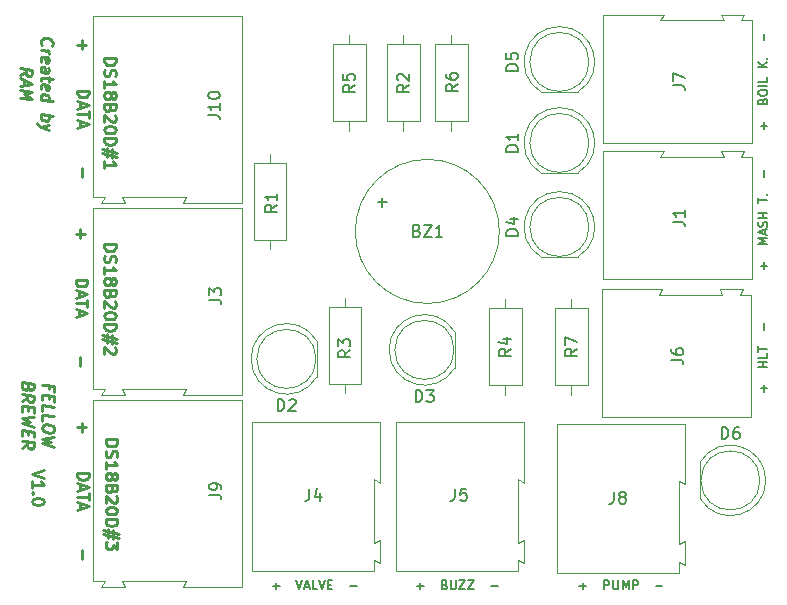
<source format=gbr>
G04 #@! TF.GenerationSoftware,KiCad,Pcbnew,(5.1.7)-1*
G04 #@! TF.CreationDate,2020-11-02T15:49:25+01:00*
G04 #@! TF.ProjectId,raspberrypi-gpio-40pin,72617370-6265-4727-9279-70692d677069,rev?*
G04 #@! TF.SameCoordinates,Original*
G04 #@! TF.FileFunction,Legend,Top*
G04 #@! TF.FilePolarity,Positive*
%FSLAX46Y46*%
G04 Gerber Fmt 4.6, Leading zero omitted, Abs format (unit mm)*
G04 Created by KiCad (PCBNEW (5.1.7)-1) date 2020-11-02 15:49:25*
%MOMM*%
%LPD*%
G01*
G04 APERTURE LIST*
%ADD10C,0.190500*%
%ADD11C,0.250000*%
%ADD12C,0.120000*%
%ADD13C,0.150000*%
G04 APERTURE END LIST*
D10*
X264062428Y-110230857D02*
X264062428Y-109650285D01*
X264352714Y-109940571D02*
X263772142Y-109940571D01*
X263953571Y-107872285D02*
X263989857Y-107763428D01*
X264026142Y-107727142D01*
X264098714Y-107690857D01*
X264207571Y-107690857D01*
X264280142Y-107727142D01*
X264316428Y-107763428D01*
X264352714Y-107836000D01*
X264352714Y-108126285D01*
X263590714Y-108126285D01*
X263590714Y-107872285D01*
X263627000Y-107799714D01*
X263663285Y-107763428D01*
X263735857Y-107727142D01*
X263808428Y-107727142D01*
X263881000Y-107763428D01*
X263917285Y-107799714D01*
X263953571Y-107872285D01*
X263953571Y-108126285D01*
X263590714Y-107219142D02*
X263590714Y-107074000D01*
X263627000Y-107001428D01*
X263699571Y-106928857D01*
X263844714Y-106892571D01*
X264098714Y-106892571D01*
X264243857Y-106928857D01*
X264316428Y-107001428D01*
X264352714Y-107074000D01*
X264352714Y-107219142D01*
X264316428Y-107291714D01*
X264243857Y-107364285D01*
X264098714Y-107400571D01*
X263844714Y-107400571D01*
X263699571Y-107364285D01*
X263627000Y-107291714D01*
X263590714Y-107219142D01*
X264352714Y-106566000D02*
X263590714Y-106566000D01*
X264352714Y-105840285D02*
X264352714Y-106203142D01*
X263590714Y-106203142D01*
X264352714Y-105005714D02*
X263590714Y-105005714D01*
X264352714Y-104570285D02*
X263917285Y-104896857D01*
X263590714Y-104570285D02*
X264026142Y-105005714D01*
X264280142Y-104243714D02*
X264316428Y-104207428D01*
X264352714Y-104243714D01*
X264316428Y-104280000D01*
X264280142Y-104243714D01*
X264352714Y-104243714D01*
X264062428Y-102719714D02*
X264062428Y-102139142D01*
D11*
X203087619Y-139078190D02*
X202087619Y-139411523D01*
X203087619Y-139744857D01*
X202087619Y-140602000D02*
X202087619Y-140030571D01*
X202087619Y-140316285D02*
X203087619Y-140316285D01*
X202944761Y-140221047D01*
X202849523Y-140125809D01*
X202801904Y-140030571D01*
X202182857Y-141030571D02*
X202135238Y-141078190D01*
X202087619Y-141030571D01*
X202135238Y-140982952D01*
X202182857Y-141030571D01*
X202087619Y-141030571D01*
X203087619Y-141697238D02*
X203087619Y-141792476D01*
X203040000Y-141887714D01*
X202992380Y-141935333D01*
X202897142Y-141982952D01*
X202706666Y-142030571D01*
X202468571Y-142030571D01*
X202278095Y-141982952D01*
X202182857Y-141935333D01*
X202135238Y-141887714D01*
X202087619Y-141792476D01*
X202087619Y-141697238D01*
X202135238Y-141602000D01*
X202182857Y-141554380D01*
X202278095Y-141506761D01*
X202468571Y-141459142D01*
X202706666Y-141459142D01*
X202897142Y-141506761D01*
X202992380Y-141554380D01*
X203040000Y-141602000D01*
X203087619Y-141697238D01*
X203486428Y-132249080D02*
X203486428Y-131915747D01*
X202962619Y-131850270D02*
X203962619Y-131975270D01*
X203962619Y-132451461D01*
X203486428Y-132772889D02*
X203486428Y-133106223D01*
X202962619Y-133183604D02*
X202962619Y-132707413D01*
X203962619Y-132832413D01*
X203962619Y-133308604D01*
X202962619Y-134088366D02*
X202962619Y-133612175D01*
X203962619Y-133737175D01*
X202962619Y-134897889D02*
X202962619Y-134421699D01*
X203962619Y-134546699D01*
X203962619Y-135546699D02*
X203962619Y-135737175D01*
X203915000Y-135826461D01*
X203819761Y-135909794D01*
X203629285Y-135933604D01*
X203295952Y-135891937D01*
X203105476Y-135820508D01*
X203010238Y-135713366D01*
X202962619Y-135612175D01*
X202962619Y-135421699D01*
X203010238Y-135332413D01*
X203105476Y-135249080D01*
X203295952Y-135225270D01*
X203629285Y-135266937D01*
X203819761Y-135338366D01*
X203915000Y-135445508D01*
X203962619Y-135546699D01*
X203962619Y-136308604D02*
X202962619Y-136421699D01*
X203676904Y-136701461D01*
X202962619Y-136802651D01*
X203962619Y-137165747D01*
X201736428Y-132058604D02*
X201688809Y-132195508D01*
X201641190Y-132237175D01*
X201545952Y-132272889D01*
X201403095Y-132255032D01*
X201307857Y-132195508D01*
X201260238Y-132141937D01*
X201212619Y-132040747D01*
X201212619Y-131659794D01*
X202212619Y-131784794D01*
X202212619Y-132118127D01*
X202165000Y-132207413D01*
X202117380Y-132249080D01*
X202022142Y-132284794D01*
X201926904Y-132272889D01*
X201831666Y-132213366D01*
X201784047Y-132159794D01*
X201736428Y-132058604D01*
X201736428Y-131725270D01*
X201212619Y-133231223D02*
X201688809Y-132957413D01*
X201212619Y-132659794D02*
X202212619Y-132784794D01*
X202212619Y-133165747D01*
X202165000Y-133255032D01*
X202117380Y-133296699D01*
X202022142Y-133332413D01*
X201879285Y-133314556D01*
X201784047Y-133255032D01*
X201736428Y-133201461D01*
X201688809Y-133100270D01*
X201688809Y-132719318D01*
X201736428Y-133725270D02*
X201736428Y-134058604D01*
X201212619Y-134135985D02*
X201212619Y-133659794D01*
X202212619Y-133784794D01*
X202212619Y-134260985D01*
X202212619Y-134594318D02*
X201212619Y-134707413D01*
X201926904Y-134987175D01*
X201212619Y-135088366D01*
X202212619Y-135451461D01*
X201736428Y-135772889D02*
X201736428Y-136106223D01*
X201212619Y-136183604D02*
X201212619Y-135707413D01*
X202212619Y-135832413D01*
X202212619Y-136308604D01*
X201212619Y-137183604D02*
X201688809Y-136909794D01*
X201212619Y-136612175D02*
X202212619Y-136737175D01*
X202212619Y-137118127D01*
X202165000Y-137207413D01*
X202117380Y-137249080D01*
X202022142Y-137284794D01*
X201879285Y-137266937D01*
X201784047Y-137207413D01*
X201736428Y-137153842D01*
X201688809Y-137052651D01*
X201688809Y-136671699D01*
X202930857Y-103080889D02*
X202883238Y-103027318D01*
X202835619Y-102878508D01*
X202835619Y-102783270D01*
X202883238Y-102646366D01*
X202978476Y-102563032D01*
X203073714Y-102527318D01*
X203264190Y-102503508D01*
X203407047Y-102521366D01*
X203597523Y-102592794D01*
X203692761Y-102652318D01*
X203788000Y-102759461D01*
X203835619Y-102908270D01*
X203835619Y-103003508D01*
X203788000Y-103140413D01*
X203740380Y-103182080D01*
X202835619Y-103497556D02*
X203502285Y-103580889D01*
X203311809Y-103557080D02*
X203407047Y-103616604D01*
X203454666Y-103670175D01*
X203502285Y-103771366D01*
X203502285Y-103866604D01*
X202883238Y-104503508D02*
X202835619Y-104402318D01*
X202835619Y-104211842D01*
X202883238Y-104122556D01*
X202978476Y-104086842D01*
X203359428Y-104134461D01*
X203454666Y-104193985D01*
X203502285Y-104295175D01*
X203502285Y-104485651D01*
X203454666Y-104574937D01*
X203359428Y-104610651D01*
X203264190Y-104598747D01*
X203168952Y-104110651D01*
X202835619Y-105402318D02*
X203359428Y-105467794D01*
X203454666Y-105432080D01*
X203502285Y-105342794D01*
X203502285Y-105152318D01*
X203454666Y-105051127D01*
X202883238Y-105408270D02*
X202835619Y-105307080D01*
X202835619Y-105068985D01*
X202883238Y-104979699D01*
X202978476Y-104943985D01*
X203073714Y-104955889D01*
X203168952Y-105015413D01*
X203216571Y-105116604D01*
X203216571Y-105354699D01*
X203264190Y-105455889D01*
X203502285Y-105818985D02*
X203502285Y-106199937D01*
X203835619Y-106003508D02*
X202978476Y-105896366D01*
X202883238Y-105932080D01*
X202835619Y-106021366D01*
X202835619Y-106116604D01*
X202883238Y-106836842D02*
X202835619Y-106735651D01*
X202835619Y-106545175D01*
X202883238Y-106455889D01*
X202978476Y-106420175D01*
X203359428Y-106467794D01*
X203454666Y-106527318D01*
X203502285Y-106628508D01*
X203502285Y-106818985D01*
X203454666Y-106908270D01*
X203359428Y-106943985D01*
X203264190Y-106932080D01*
X203168952Y-106443985D01*
X202835619Y-107735651D02*
X203835619Y-107860651D01*
X202883238Y-107741604D02*
X202835619Y-107640413D01*
X202835619Y-107449937D01*
X202883238Y-107360651D01*
X202930857Y-107318985D01*
X203026095Y-107283270D01*
X203311809Y-107318985D01*
X203407047Y-107378508D01*
X203454666Y-107432080D01*
X203502285Y-107533270D01*
X203502285Y-107723747D01*
X203454666Y-107813032D01*
X202835619Y-108973747D02*
X203835619Y-109098747D01*
X203454666Y-109051127D02*
X203502285Y-109152318D01*
X203502285Y-109342794D01*
X203454666Y-109432080D01*
X203407047Y-109473747D01*
X203311809Y-109509461D01*
X203026095Y-109473747D01*
X202930857Y-109414223D01*
X202883238Y-109360651D01*
X202835619Y-109259461D01*
X202835619Y-109068985D01*
X202883238Y-108979699D01*
X203502285Y-109866604D02*
X202835619Y-110021366D01*
X203502285Y-110342794D02*
X202835619Y-110021366D01*
X202597523Y-109896366D01*
X202549904Y-109842794D01*
X202502285Y-109741604D01*
X201085619Y-105640413D02*
X201561809Y-105366604D01*
X201085619Y-105068985D02*
X202085619Y-105193985D01*
X202085619Y-105574937D01*
X202038000Y-105664223D01*
X201990380Y-105705889D01*
X201895142Y-105741604D01*
X201752285Y-105723747D01*
X201657047Y-105664223D01*
X201609428Y-105610651D01*
X201561809Y-105509461D01*
X201561809Y-105128508D01*
X201371333Y-106057080D02*
X201371333Y-106533270D01*
X201085619Y-105926127D02*
X202085619Y-106384461D01*
X201085619Y-106592794D01*
X201085619Y-106926127D02*
X202085619Y-107051127D01*
X201371333Y-107295175D01*
X202085619Y-107717794D01*
X201085619Y-107592794D01*
D10*
X264062428Y-122078142D02*
X264062428Y-121497571D01*
X264352714Y-121787857D02*
X263772142Y-121787857D01*
X264352714Y-119973571D02*
X263590714Y-119973571D01*
X264135000Y-119719571D01*
X263590714Y-119465571D01*
X264352714Y-119465571D01*
X264135000Y-119139000D02*
X264135000Y-118776142D01*
X264352714Y-119211571D02*
X263590714Y-118957571D01*
X264352714Y-118703571D01*
X264316428Y-118485857D02*
X264352714Y-118377000D01*
X264352714Y-118195571D01*
X264316428Y-118123000D01*
X264280142Y-118086714D01*
X264207571Y-118050428D01*
X264135000Y-118050428D01*
X264062428Y-118086714D01*
X264026142Y-118123000D01*
X263989857Y-118195571D01*
X263953571Y-118340714D01*
X263917285Y-118413285D01*
X263881000Y-118449571D01*
X263808428Y-118485857D01*
X263735857Y-118485857D01*
X263663285Y-118449571D01*
X263627000Y-118413285D01*
X263590714Y-118340714D01*
X263590714Y-118159285D01*
X263627000Y-118050428D01*
X264352714Y-117723857D02*
X263590714Y-117723857D01*
X263953571Y-117723857D02*
X263953571Y-117288428D01*
X264352714Y-117288428D02*
X263590714Y-117288428D01*
X263590714Y-116453857D02*
X263590714Y-116018428D01*
X264352714Y-116236142D02*
X263590714Y-116236142D01*
X264280142Y-115764428D02*
X264316428Y-115728142D01*
X264352714Y-115764428D01*
X264316428Y-115800714D01*
X264280142Y-115764428D01*
X264352714Y-115764428D01*
X264062428Y-114240428D02*
X264062428Y-113659857D01*
X264062428Y-132474000D02*
X264062428Y-131893428D01*
X264352714Y-132183714D02*
X263772142Y-132183714D01*
X264352714Y-130369428D02*
X263590714Y-130369428D01*
X263953571Y-130369428D02*
X263953571Y-129934000D01*
X264352714Y-129934000D02*
X263590714Y-129934000D01*
X264352714Y-129208285D02*
X264352714Y-129571142D01*
X263590714Y-129571142D01*
X263590714Y-129063142D02*
X263590714Y-128627714D01*
X264352714Y-128845428D02*
X263590714Y-128845428D01*
X264062428Y-127212571D02*
X264062428Y-126632000D01*
X222479000Y-148911428D02*
X223059571Y-148911428D01*
X222769285Y-149201714D02*
X222769285Y-148621142D01*
X224474714Y-148439714D02*
X224728714Y-149201714D01*
X224982714Y-148439714D01*
X225200428Y-148984000D02*
X225563285Y-148984000D01*
X225127857Y-149201714D02*
X225381857Y-148439714D01*
X225635857Y-149201714D01*
X226252714Y-149201714D02*
X225889857Y-149201714D01*
X225889857Y-148439714D01*
X226397857Y-148439714D02*
X226651857Y-149201714D01*
X226905857Y-148439714D01*
X227159857Y-148802571D02*
X227413857Y-148802571D01*
X227522714Y-149201714D02*
X227159857Y-149201714D01*
X227159857Y-148439714D01*
X227522714Y-148439714D01*
X229010428Y-148911428D02*
X229591000Y-148911428D01*
X234671000Y-148911428D02*
X235251571Y-148911428D01*
X234961285Y-149201714D02*
X234961285Y-148621142D01*
X237029571Y-148802571D02*
X237138428Y-148838857D01*
X237174714Y-148875142D01*
X237211000Y-148947714D01*
X237211000Y-149056571D01*
X237174714Y-149129142D01*
X237138428Y-149165428D01*
X237065857Y-149201714D01*
X236775571Y-149201714D01*
X236775571Y-148439714D01*
X237029571Y-148439714D01*
X237102142Y-148476000D01*
X237138428Y-148512285D01*
X237174714Y-148584857D01*
X237174714Y-148657428D01*
X237138428Y-148730000D01*
X237102142Y-148766285D01*
X237029571Y-148802571D01*
X236775571Y-148802571D01*
X237537571Y-148439714D02*
X237537571Y-149056571D01*
X237573857Y-149129142D01*
X237610142Y-149165428D01*
X237682714Y-149201714D01*
X237827857Y-149201714D01*
X237900428Y-149165428D01*
X237936714Y-149129142D01*
X237973000Y-149056571D01*
X237973000Y-148439714D01*
X238263285Y-148439714D02*
X238771285Y-148439714D01*
X238263285Y-149201714D01*
X238771285Y-149201714D01*
X238989000Y-148439714D02*
X239497000Y-148439714D01*
X238989000Y-149201714D01*
X239497000Y-149201714D01*
X240948428Y-148911428D02*
X241529000Y-148911428D01*
X248423285Y-148911428D02*
X249003857Y-148911428D01*
X248713571Y-149201714D02*
X248713571Y-148621142D01*
X250527857Y-149201714D02*
X250527857Y-148439714D01*
X250818142Y-148439714D01*
X250890714Y-148476000D01*
X250927000Y-148512285D01*
X250963285Y-148584857D01*
X250963285Y-148693714D01*
X250927000Y-148766285D01*
X250890714Y-148802571D01*
X250818142Y-148838857D01*
X250527857Y-148838857D01*
X251289857Y-148439714D02*
X251289857Y-149056571D01*
X251326142Y-149129142D01*
X251362428Y-149165428D01*
X251435000Y-149201714D01*
X251580142Y-149201714D01*
X251652714Y-149165428D01*
X251689000Y-149129142D01*
X251725285Y-149056571D01*
X251725285Y-148439714D01*
X252088142Y-149201714D02*
X252088142Y-148439714D01*
X252342142Y-148984000D01*
X252596142Y-148439714D01*
X252596142Y-149201714D01*
X252959000Y-149201714D02*
X252959000Y-148439714D01*
X253249285Y-148439714D01*
X253321857Y-148476000D01*
X253358142Y-148512285D01*
X253394428Y-148584857D01*
X253394428Y-148693714D01*
X253358142Y-148766285D01*
X253321857Y-148802571D01*
X253249285Y-148838857D01*
X252959000Y-148838857D01*
X254882142Y-148911428D02*
X255462714Y-148911428D01*
D11*
X206278571Y-102685285D02*
X206278571Y-103447190D01*
X205897619Y-103066238D02*
X206659523Y-103066238D01*
X205897619Y-106971000D02*
X206897619Y-106971000D01*
X206897619Y-107209095D01*
X206850000Y-107351952D01*
X206754761Y-107447190D01*
X206659523Y-107494809D01*
X206469047Y-107542428D01*
X206326190Y-107542428D01*
X206135714Y-107494809D01*
X206040476Y-107447190D01*
X205945238Y-107351952D01*
X205897619Y-107209095D01*
X205897619Y-106971000D01*
X206183333Y-107923380D02*
X206183333Y-108399571D01*
X205897619Y-107828142D02*
X206897619Y-108161476D01*
X205897619Y-108494809D01*
X206897619Y-108685285D02*
X206897619Y-109256714D01*
X205897619Y-108971000D02*
X206897619Y-108971000D01*
X206183333Y-109542428D02*
X206183333Y-110018619D01*
X205897619Y-109447190D02*
X206897619Y-109780523D01*
X205897619Y-110113857D01*
X206278571Y-113494809D02*
X206278571Y-114256714D01*
X206151571Y-118687285D02*
X206151571Y-119449190D01*
X205770619Y-119068238D02*
X206532523Y-119068238D01*
X205770619Y-122973000D02*
X206770619Y-122973000D01*
X206770619Y-123211095D01*
X206723000Y-123353952D01*
X206627761Y-123449190D01*
X206532523Y-123496809D01*
X206342047Y-123544428D01*
X206199190Y-123544428D01*
X206008714Y-123496809D01*
X205913476Y-123449190D01*
X205818238Y-123353952D01*
X205770619Y-123211095D01*
X205770619Y-122973000D01*
X206056333Y-123925380D02*
X206056333Y-124401571D01*
X205770619Y-123830142D02*
X206770619Y-124163476D01*
X205770619Y-124496809D01*
X206770619Y-124687285D02*
X206770619Y-125258714D01*
X205770619Y-124973000D02*
X206770619Y-124973000D01*
X206056333Y-125544428D02*
X206056333Y-126020619D01*
X205770619Y-125449190D02*
X206770619Y-125782523D01*
X205770619Y-126115857D01*
X206151571Y-129496809D02*
X206151571Y-130258714D01*
X206278571Y-135070285D02*
X206278571Y-135832190D01*
X205897619Y-135451238D02*
X206659523Y-135451238D01*
X205897619Y-139356000D02*
X206897619Y-139356000D01*
X206897619Y-139594095D01*
X206850000Y-139736952D01*
X206754761Y-139832190D01*
X206659523Y-139879809D01*
X206469047Y-139927428D01*
X206326190Y-139927428D01*
X206135714Y-139879809D01*
X206040476Y-139832190D01*
X205945238Y-139736952D01*
X205897619Y-139594095D01*
X205897619Y-139356000D01*
X206183333Y-140308380D02*
X206183333Y-140784571D01*
X205897619Y-140213142D02*
X206897619Y-140546476D01*
X205897619Y-140879809D01*
X206897619Y-141070285D02*
X206897619Y-141641714D01*
X205897619Y-141356000D02*
X206897619Y-141356000D01*
X206183333Y-141927428D02*
X206183333Y-142403619D01*
X205897619Y-141832190D02*
X206897619Y-142165523D01*
X205897619Y-142498857D01*
X206278571Y-145879809D02*
X206278571Y-146641714D01*
X208310619Y-136490952D02*
X209310619Y-136490952D01*
X209310619Y-136729047D01*
X209263000Y-136871904D01*
X209167761Y-136967142D01*
X209072523Y-137014761D01*
X208882047Y-137062380D01*
X208739190Y-137062380D01*
X208548714Y-137014761D01*
X208453476Y-136967142D01*
X208358238Y-136871904D01*
X208310619Y-136729047D01*
X208310619Y-136490952D01*
X208358238Y-137443333D02*
X208310619Y-137586190D01*
X208310619Y-137824285D01*
X208358238Y-137919523D01*
X208405857Y-137967142D01*
X208501095Y-138014761D01*
X208596333Y-138014761D01*
X208691571Y-137967142D01*
X208739190Y-137919523D01*
X208786809Y-137824285D01*
X208834428Y-137633809D01*
X208882047Y-137538571D01*
X208929666Y-137490952D01*
X209024904Y-137443333D01*
X209120142Y-137443333D01*
X209215380Y-137490952D01*
X209263000Y-137538571D01*
X209310619Y-137633809D01*
X209310619Y-137871904D01*
X209263000Y-138014761D01*
X208310619Y-138967142D02*
X208310619Y-138395714D01*
X208310619Y-138681428D02*
X209310619Y-138681428D01*
X209167761Y-138586190D01*
X209072523Y-138490952D01*
X209024904Y-138395714D01*
X208882047Y-139538571D02*
X208929666Y-139443333D01*
X208977285Y-139395714D01*
X209072523Y-139348095D01*
X209120142Y-139348095D01*
X209215380Y-139395714D01*
X209263000Y-139443333D01*
X209310619Y-139538571D01*
X209310619Y-139729047D01*
X209263000Y-139824285D01*
X209215380Y-139871904D01*
X209120142Y-139919523D01*
X209072523Y-139919523D01*
X208977285Y-139871904D01*
X208929666Y-139824285D01*
X208882047Y-139729047D01*
X208882047Y-139538571D01*
X208834428Y-139443333D01*
X208786809Y-139395714D01*
X208691571Y-139348095D01*
X208501095Y-139348095D01*
X208405857Y-139395714D01*
X208358238Y-139443333D01*
X208310619Y-139538571D01*
X208310619Y-139729047D01*
X208358238Y-139824285D01*
X208405857Y-139871904D01*
X208501095Y-139919523D01*
X208691571Y-139919523D01*
X208786809Y-139871904D01*
X208834428Y-139824285D01*
X208882047Y-139729047D01*
X208834428Y-140681428D02*
X208786809Y-140824285D01*
X208739190Y-140871904D01*
X208643952Y-140919523D01*
X208501095Y-140919523D01*
X208405857Y-140871904D01*
X208358238Y-140824285D01*
X208310619Y-140729047D01*
X208310619Y-140348095D01*
X209310619Y-140348095D01*
X209310619Y-140681428D01*
X209263000Y-140776666D01*
X209215380Y-140824285D01*
X209120142Y-140871904D01*
X209024904Y-140871904D01*
X208929666Y-140824285D01*
X208882047Y-140776666D01*
X208834428Y-140681428D01*
X208834428Y-140348095D01*
X209215380Y-141300476D02*
X209263000Y-141348095D01*
X209310619Y-141443333D01*
X209310619Y-141681428D01*
X209263000Y-141776666D01*
X209215380Y-141824285D01*
X209120142Y-141871904D01*
X209024904Y-141871904D01*
X208882047Y-141824285D01*
X208310619Y-141252857D01*
X208310619Y-141871904D01*
X209310619Y-142490952D02*
X209310619Y-142586190D01*
X209263000Y-142681428D01*
X209215380Y-142729047D01*
X209120142Y-142776666D01*
X208929666Y-142824285D01*
X208691571Y-142824285D01*
X208501095Y-142776666D01*
X208405857Y-142729047D01*
X208358238Y-142681428D01*
X208310619Y-142586190D01*
X208310619Y-142490952D01*
X208358238Y-142395714D01*
X208405857Y-142348095D01*
X208501095Y-142300476D01*
X208691571Y-142252857D01*
X208929666Y-142252857D01*
X209120142Y-142300476D01*
X209215380Y-142348095D01*
X209263000Y-142395714D01*
X209310619Y-142490952D01*
X208310619Y-143252857D02*
X209310619Y-143252857D01*
X209310619Y-143490952D01*
X209263000Y-143633809D01*
X209167761Y-143729047D01*
X209072523Y-143776666D01*
X208882047Y-143824285D01*
X208739190Y-143824285D01*
X208548714Y-143776666D01*
X208453476Y-143729047D01*
X208358238Y-143633809D01*
X208310619Y-143490952D01*
X208310619Y-143252857D01*
X208977285Y-144205238D02*
X208977285Y-144919523D01*
X209405857Y-144490952D02*
X208120142Y-144205238D01*
X208548714Y-144824285D02*
X208548714Y-144110000D01*
X208120142Y-144538571D02*
X209405857Y-144824285D01*
X209310619Y-145157619D02*
X209310619Y-145776666D01*
X208929666Y-145443333D01*
X208929666Y-145586190D01*
X208882047Y-145681428D01*
X208834428Y-145729047D01*
X208739190Y-145776666D01*
X208501095Y-145776666D01*
X208405857Y-145729047D01*
X208358238Y-145681428D01*
X208310619Y-145586190D01*
X208310619Y-145300476D01*
X208358238Y-145205238D01*
X208405857Y-145157619D01*
X208183619Y-119980952D02*
X209183619Y-119980952D01*
X209183619Y-120219047D01*
X209136000Y-120361904D01*
X209040761Y-120457142D01*
X208945523Y-120504761D01*
X208755047Y-120552380D01*
X208612190Y-120552380D01*
X208421714Y-120504761D01*
X208326476Y-120457142D01*
X208231238Y-120361904D01*
X208183619Y-120219047D01*
X208183619Y-119980952D01*
X208231238Y-120933333D02*
X208183619Y-121076190D01*
X208183619Y-121314285D01*
X208231238Y-121409523D01*
X208278857Y-121457142D01*
X208374095Y-121504761D01*
X208469333Y-121504761D01*
X208564571Y-121457142D01*
X208612190Y-121409523D01*
X208659809Y-121314285D01*
X208707428Y-121123809D01*
X208755047Y-121028571D01*
X208802666Y-120980952D01*
X208897904Y-120933333D01*
X208993142Y-120933333D01*
X209088380Y-120980952D01*
X209136000Y-121028571D01*
X209183619Y-121123809D01*
X209183619Y-121361904D01*
X209136000Y-121504761D01*
X208183619Y-122457142D02*
X208183619Y-121885714D01*
X208183619Y-122171428D02*
X209183619Y-122171428D01*
X209040761Y-122076190D01*
X208945523Y-121980952D01*
X208897904Y-121885714D01*
X208755047Y-123028571D02*
X208802666Y-122933333D01*
X208850285Y-122885714D01*
X208945523Y-122838095D01*
X208993142Y-122838095D01*
X209088380Y-122885714D01*
X209136000Y-122933333D01*
X209183619Y-123028571D01*
X209183619Y-123219047D01*
X209136000Y-123314285D01*
X209088380Y-123361904D01*
X208993142Y-123409523D01*
X208945523Y-123409523D01*
X208850285Y-123361904D01*
X208802666Y-123314285D01*
X208755047Y-123219047D01*
X208755047Y-123028571D01*
X208707428Y-122933333D01*
X208659809Y-122885714D01*
X208564571Y-122838095D01*
X208374095Y-122838095D01*
X208278857Y-122885714D01*
X208231238Y-122933333D01*
X208183619Y-123028571D01*
X208183619Y-123219047D01*
X208231238Y-123314285D01*
X208278857Y-123361904D01*
X208374095Y-123409523D01*
X208564571Y-123409523D01*
X208659809Y-123361904D01*
X208707428Y-123314285D01*
X208755047Y-123219047D01*
X208707428Y-124171428D02*
X208659809Y-124314285D01*
X208612190Y-124361904D01*
X208516952Y-124409523D01*
X208374095Y-124409523D01*
X208278857Y-124361904D01*
X208231238Y-124314285D01*
X208183619Y-124219047D01*
X208183619Y-123838095D01*
X209183619Y-123838095D01*
X209183619Y-124171428D01*
X209136000Y-124266666D01*
X209088380Y-124314285D01*
X208993142Y-124361904D01*
X208897904Y-124361904D01*
X208802666Y-124314285D01*
X208755047Y-124266666D01*
X208707428Y-124171428D01*
X208707428Y-123838095D01*
X209088380Y-124790476D02*
X209136000Y-124838095D01*
X209183619Y-124933333D01*
X209183619Y-125171428D01*
X209136000Y-125266666D01*
X209088380Y-125314285D01*
X208993142Y-125361904D01*
X208897904Y-125361904D01*
X208755047Y-125314285D01*
X208183619Y-124742857D01*
X208183619Y-125361904D01*
X209183619Y-125980952D02*
X209183619Y-126076190D01*
X209136000Y-126171428D01*
X209088380Y-126219047D01*
X208993142Y-126266666D01*
X208802666Y-126314285D01*
X208564571Y-126314285D01*
X208374095Y-126266666D01*
X208278857Y-126219047D01*
X208231238Y-126171428D01*
X208183619Y-126076190D01*
X208183619Y-125980952D01*
X208231238Y-125885714D01*
X208278857Y-125838095D01*
X208374095Y-125790476D01*
X208564571Y-125742857D01*
X208802666Y-125742857D01*
X208993142Y-125790476D01*
X209088380Y-125838095D01*
X209136000Y-125885714D01*
X209183619Y-125980952D01*
X208183619Y-126742857D02*
X209183619Y-126742857D01*
X209183619Y-126980952D01*
X209136000Y-127123809D01*
X209040761Y-127219047D01*
X208945523Y-127266666D01*
X208755047Y-127314285D01*
X208612190Y-127314285D01*
X208421714Y-127266666D01*
X208326476Y-127219047D01*
X208231238Y-127123809D01*
X208183619Y-126980952D01*
X208183619Y-126742857D01*
X208850285Y-127695238D02*
X208850285Y-128409523D01*
X209278857Y-127980952D02*
X207993142Y-127695238D01*
X208421714Y-128314285D02*
X208421714Y-127600000D01*
X207993142Y-128028571D02*
X209278857Y-128314285D01*
X209088380Y-128695238D02*
X209136000Y-128742857D01*
X209183619Y-128838095D01*
X209183619Y-129076190D01*
X209136000Y-129171428D01*
X209088380Y-129219047D01*
X208993142Y-129266666D01*
X208897904Y-129266666D01*
X208755047Y-129219047D01*
X208183619Y-128647619D01*
X208183619Y-129266666D01*
X208183619Y-104232952D02*
X209183619Y-104232952D01*
X209183619Y-104471047D01*
X209136000Y-104613904D01*
X209040761Y-104709142D01*
X208945523Y-104756761D01*
X208755047Y-104804380D01*
X208612190Y-104804380D01*
X208421714Y-104756761D01*
X208326476Y-104709142D01*
X208231238Y-104613904D01*
X208183619Y-104471047D01*
X208183619Y-104232952D01*
X208231238Y-105185333D02*
X208183619Y-105328190D01*
X208183619Y-105566285D01*
X208231238Y-105661523D01*
X208278857Y-105709142D01*
X208374095Y-105756761D01*
X208469333Y-105756761D01*
X208564571Y-105709142D01*
X208612190Y-105661523D01*
X208659809Y-105566285D01*
X208707428Y-105375809D01*
X208755047Y-105280571D01*
X208802666Y-105232952D01*
X208897904Y-105185333D01*
X208993142Y-105185333D01*
X209088380Y-105232952D01*
X209136000Y-105280571D01*
X209183619Y-105375809D01*
X209183619Y-105613904D01*
X209136000Y-105756761D01*
X208183619Y-106709142D02*
X208183619Y-106137714D01*
X208183619Y-106423428D02*
X209183619Y-106423428D01*
X209040761Y-106328190D01*
X208945523Y-106232952D01*
X208897904Y-106137714D01*
X208755047Y-107280571D02*
X208802666Y-107185333D01*
X208850285Y-107137714D01*
X208945523Y-107090095D01*
X208993142Y-107090095D01*
X209088380Y-107137714D01*
X209136000Y-107185333D01*
X209183619Y-107280571D01*
X209183619Y-107471047D01*
X209136000Y-107566285D01*
X209088380Y-107613904D01*
X208993142Y-107661523D01*
X208945523Y-107661523D01*
X208850285Y-107613904D01*
X208802666Y-107566285D01*
X208755047Y-107471047D01*
X208755047Y-107280571D01*
X208707428Y-107185333D01*
X208659809Y-107137714D01*
X208564571Y-107090095D01*
X208374095Y-107090095D01*
X208278857Y-107137714D01*
X208231238Y-107185333D01*
X208183619Y-107280571D01*
X208183619Y-107471047D01*
X208231238Y-107566285D01*
X208278857Y-107613904D01*
X208374095Y-107661523D01*
X208564571Y-107661523D01*
X208659809Y-107613904D01*
X208707428Y-107566285D01*
X208755047Y-107471047D01*
X208707428Y-108423428D02*
X208659809Y-108566285D01*
X208612190Y-108613904D01*
X208516952Y-108661523D01*
X208374095Y-108661523D01*
X208278857Y-108613904D01*
X208231238Y-108566285D01*
X208183619Y-108471047D01*
X208183619Y-108090095D01*
X209183619Y-108090095D01*
X209183619Y-108423428D01*
X209136000Y-108518666D01*
X209088380Y-108566285D01*
X208993142Y-108613904D01*
X208897904Y-108613904D01*
X208802666Y-108566285D01*
X208755047Y-108518666D01*
X208707428Y-108423428D01*
X208707428Y-108090095D01*
X209088380Y-109042476D02*
X209136000Y-109090095D01*
X209183619Y-109185333D01*
X209183619Y-109423428D01*
X209136000Y-109518666D01*
X209088380Y-109566285D01*
X208993142Y-109613904D01*
X208897904Y-109613904D01*
X208755047Y-109566285D01*
X208183619Y-108994857D01*
X208183619Y-109613904D01*
X209183619Y-110232952D02*
X209183619Y-110328190D01*
X209136000Y-110423428D01*
X209088380Y-110471047D01*
X208993142Y-110518666D01*
X208802666Y-110566285D01*
X208564571Y-110566285D01*
X208374095Y-110518666D01*
X208278857Y-110471047D01*
X208231238Y-110423428D01*
X208183619Y-110328190D01*
X208183619Y-110232952D01*
X208231238Y-110137714D01*
X208278857Y-110090095D01*
X208374095Y-110042476D01*
X208564571Y-109994857D01*
X208802666Y-109994857D01*
X208993142Y-110042476D01*
X209088380Y-110090095D01*
X209136000Y-110137714D01*
X209183619Y-110232952D01*
X208183619Y-110994857D02*
X209183619Y-110994857D01*
X209183619Y-111232952D01*
X209136000Y-111375809D01*
X209040761Y-111471047D01*
X208945523Y-111518666D01*
X208755047Y-111566285D01*
X208612190Y-111566285D01*
X208421714Y-111518666D01*
X208326476Y-111471047D01*
X208231238Y-111375809D01*
X208183619Y-111232952D01*
X208183619Y-110994857D01*
X208850285Y-111947238D02*
X208850285Y-112661523D01*
X209278857Y-112232952D02*
X207993142Y-111947238D01*
X208421714Y-112566285D02*
X208421714Y-111852000D01*
X207993142Y-112280571D02*
X209278857Y-112566285D01*
X208183619Y-113518666D02*
X208183619Y-112947238D01*
X208183619Y-113232952D02*
X209183619Y-113232952D01*
X209040761Y-113137714D01*
X208945523Y-113042476D01*
X208897904Y-112947238D01*
D12*
X227205000Y-131807000D02*
X229945000Y-131807000D01*
X229945000Y-131807000D02*
X229945000Y-125267000D01*
X229945000Y-125267000D02*
X227205000Y-125267000D01*
X227205000Y-125267000D02*
X227205000Y-131807000D01*
X228575000Y-132577000D02*
X228575000Y-131807000D01*
X228575000Y-124497000D02*
X228575000Y-125267000D01*
X231568000Y-135064000D02*
X220718000Y-135064000D01*
X231568000Y-140164000D02*
X231568000Y-135064000D01*
X231068000Y-139864000D02*
X231568000Y-140164000D01*
X231068000Y-145264000D02*
X231068000Y-139864000D01*
X231568000Y-145014000D02*
X231068000Y-145264000D01*
X231568000Y-145064000D02*
X231568000Y-145014000D01*
X231568000Y-146964000D02*
X231568000Y-145064000D01*
X231068000Y-146714000D02*
X231568000Y-146964000D01*
X231068000Y-147664000D02*
X231068000Y-146714000D01*
X220718000Y-147664000D02*
X231068000Y-147664000D01*
X220718000Y-135064000D02*
X220718000Y-147664000D01*
X241650000Y-118885000D02*
G75*
G03*
X241650000Y-118885000I-6100000J0D01*
G01*
X219889000Y-133126000D02*
X207289000Y-133126000D01*
X207289000Y-133126000D02*
X207289000Y-148526000D01*
X207289000Y-148526000D02*
X208239000Y-148526000D01*
X208239000Y-148526000D02*
X207939000Y-149026000D01*
X207939000Y-149026000D02*
X209939000Y-149026000D01*
X209939000Y-149026000D02*
X209689000Y-148526000D01*
X209689000Y-148526000D02*
X215089000Y-148526000D01*
X215089000Y-148526000D02*
X214839000Y-149026000D01*
X214839000Y-149026000D02*
X219889000Y-149026000D01*
X219889000Y-149026000D02*
X219889000Y-133126000D01*
X245191000Y-113952000D02*
X248281000Y-113952000D01*
X249236000Y-111392000D02*
G75*
G03*
X249236000Y-111392000I-2500000J0D01*
G01*
X246736462Y-108402000D02*
G75*
G03*
X245191170Y-113952000I-462J-2990000D01*
G01*
X246735538Y-108402000D02*
G75*
G02*
X248280830Y-113952000I462J-2990000D01*
G01*
X226122000Y-129680000D02*
G75*
G03*
X226122000Y-129680000I-2500000J0D01*
G01*
X226182000Y-131225000D02*
X226182000Y-128135000D01*
X220632000Y-129680462D02*
G75*
G02*
X226182000Y-128135170I2990000J462D01*
G01*
X220632000Y-129679538D02*
G75*
G03*
X226182000Y-131224830I2990000J-462D01*
G01*
X237866000Y-130463000D02*
X237866000Y-127373000D01*
X237806000Y-128918000D02*
G75*
G03*
X237806000Y-128918000I-2500000J0D01*
G01*
X232316000Y-128917538D02*
G75*
G03*
X237866000Y-130462830I2990000J-462D01*
G01*
X232316000Y-128918462D02*
G75*
G02*
X237866000Y-127373170I2990000J462D01*
G01*
X249236000Y-118504000D02*
G75*
G03*
X249236000Y-118504000I-2500000J0D01*
G01*
X245191000Y-121064000D02*
X248281000Y-121064000D01*
X246735538Y-115514000D02*
G75*
G02*
X248280830Y-121064000I462J-2990000D01*
G01*
X246736462Y-115514000D02*
G75*
G03*
X245191170Y-121064000I-462J-2990000D01*
G01*
X249236000Y-104534000D02*
G75*
G03*
X249236000Y-104534000I-2500000J0D01*
G01*
X245191000Y-107094000D02*
X248281000Y-107094000D01*
X246735538Y-101544000D02*
G75*
G02*
X248280830Y-107094000I462J-2990000D01*
G01*
X246736462Y-101544000D02*
G75*
G03*
X245191170Y-107094000I-462J-2990000D01*
G01*
X258654000Y-138422000D02*
X258654000Y-141512000D01*
X263714000Y-139967000D02*
G75*
G03*
X263714000Y-139967000I-2500000J0D01*
G01*
X264204000Y-139967462D02*
G75*
G03*
X258654000Y-138422170I-2990000J462D01*
G01*
X264204000Y-139966538D02*
G75*
G02*
X258654000Y-141511830I-2990000J-462D01*
G01*
X250469000Y-122932000D02*
X263069000Y-122932000D01*
X263069000Y-122932000D02*
X263069000Y-112582000D01*
X263069000Y-112582000D02*
X262119000Y-112582000D01*
X262119000Y-112582000D02*
X262369000Y-112082000D01*
X262369000Y-112082000D02*
X260469000Y-112082000D01*
X260469000Y-112082000D02*
X260419000Y-112082000D01*
X260419000Y-112082000D02*
X260669000Y-112582000D01*
X260669000Y-112582000D02*
X255269000Y-112582000D01*
X255269000Y-112582000D02*
X255569000Y-112082000D01*
X255569000Y-112082000D02*
X250469000Y-112082000D01*
X250469000Y-112082000D02*
X250469000Y-122932000D01*
X219889000Y-132770000D02*
X219889000Y-116870000D01*
X214839000Y-132770000D02*
X219889000Y-132770000D01*
X215089000Y-132270000D02*
X214839000Y-132770000D01*
X209689000Y-132270000D02*
X215089000Y-132270000D01*
X209939000Y-132770000D02*
X209689000Y-132270000D01*
X207939000Y-132770000D02*
X209939000Y-132770000D01*
X208239000Y-132270000D02*
X207939000Y-132770000D01*
X207289000Y-132270000D02*
X208239000Y-132270000D01*
X207289000Y-116870000D02*
X207289000Y-132270000D01*
X219889000Y-116870000D02*
X207289000Y-116870000D01*
X243760000Y-135064000D02*
X232910000Y-135064000D01*
X243760000Y-140164000D02*
X243760000Y-135064000D01*
X243260000Y-139864000D02*
X243760000Y-140164000D01*
X243260000Y-145264000D02*
X243260000Y-139864000D01*
X243760000Y-145014000D02*
X243260000Y-145264000D01*
X243760000Y-145064000D02*
X243760000Y-145014000D01*
X243760000Y-146964000D02*
X243760000Y-145064000D01*
X243260000Y-146714000D02*
X243760000Y-146964000D01*
X243260000Y-147664000D02*
X243260000Y-146714000D01*
X232910000Y-147664000D02*
X243260000Y-147664000D01*
X232910000Y-135064000D02*
X232910000Y-147664000D01*
X250342000Y-134616000D02*
X262942000Y-134616000D01*
X262942000Y-134616000D02*
X262942000Y-124266000D01*
X262942000Y-124266000D02*
X261992000Y-124266000D01*
X261992000Y-124266000D02*
X262242000Y-123766000D01*
X262242000Y-123766000D02*
X260342000Y-123766000D01*
X260342000Y-123766000D02*
X260292000Y-123766000D01*
X260292000Y-123766000D02*
X260542000Y-124266000D01*
X260542000Y-124266000D02*
X255142000Y-124266000D01*
X255142000Y-124266000D02*
X255442000Y-123766000D01*
X255442000Y-123766000D02*
X250342000Y-123766000D01*
X250342000Y-123766000D02*
X250342000Y-134616000D01*
X250469000Y-100525000D02*
X250469000Y-111375000D01*
X255569000Y-100525000D02*
X250469000Y-100525000D01*
X255269000Y-101025000D02*
X255569000Y-100525000D01*
X260669000Y-101025000D02*
X255269000Y-101025000D01*
X260419000Y-100525000D02*
X260669000Y-101025000D01*
X260469000Y-100525000D02*
X260419000Y-100525000D01*
X262369000Y-100525000D02*
X260469000Y-100525000D01*
X262119000Y-101025000D02*
X262369000Y-100525000D01*
X263069000Y-101025000D02*
X262119000Y-101025000D01*
X263069000Y-111375000D02*
X263069000Y-101025000D01*
X250469000Y-111375000D02*
X263069000Y-111375000D01*
X246499000Y-135191000D02*
X246499000Y-147791000D01*
X246499000Y-147791000D02*
X256849000Y-147791000D01*
X256849000Y-147791000D02*
X256849000Y-146841000D01*
X256849000Y-146841000D02*
X257349000Y-147091000D01*
X257349000Y-147091000D02*
X257349000Y-145191000D01*
X257349000Y-145191000D02*
X257349000Y-145141000D01*
X257349000Y-145141000D02*
X256849000Y-145391000D01*
X256849000Y-145391000D02*
X256849000Y-139991000D01*
X256849000Y-139991000D02*
X257349000Y-140291000D01*
X257349000Y-140291000D02*
X257349000Y-135191000D01*
X257349000Y-135191000D02*
X246499000Y-135191000D01*
X219889000Y-116514000D02*
X219889000Y-100614000D01*
X214839000Y-116514000D02*
X219889000Y-116514000D01*
X215089000Y-116014000D02*
X214839000Y-116514000D01*
X209689000Y-116014000D02*
X215089000Y-116014000D01*
X209939000Y-116514000D02*
X209689000Y-116014000D01*
X207939000Y-116514000D02*
X209939000Y-116514000D01*
X208239000Y-116014000D02*
X207939000Y-116514000D01*
X207289000Y-116014000D02*
X208239000Y-116014000D01*
X207289000Y-100614000D02*
X207289000Y-116014000D01*
X219889000Y-100614000D02*
X207289000Y-100614000D01*
X222225000Y-120385000D02*
X222225000Y-119615000D01*
X222225000Y-112305000D02*
X222225000Y-113075000D01*
X223595000Y-119615000D02*
X223595000Y-113075000D01*
X220855000Y-119615000D02*
X223595000Y-119615000D01*
X220855000Y-113075000D02*
X220855000Y-119615000D01*
X223595000Y-113075000D02*
X220855000Y-113075000D01*
X233528000Y-110352000D02*
X233528000Y-109582000D01*
X233528000Y-102272000D02*
X233528000Y-103042000D01*
X234898000Y-109582000D02*
X234898000Y-103042000D01*
X232158000Y-109582000D02*
X234898000Y-109582000D01*
X232158000Y-103042000D02*
X232158000Y-109582000D01*
X234898000Y-103042000D02*
X232158000Y-103042000D01*
X242164000Y-124624000D02*
X242164000Y-125394000D01*
X242164000Y-132704000D02*
X242164000Y-131934000D01*
X240794000Y-125394000D02*
X240794000Y-131934000D01*
X243534000Y-125394000D02*
X240794000Y-125394000D01*
X243534000Y-131934000D02*
X243534000Y-125394000D01*
X240794000Y-131934000D02*
X243534000Y-131934000D01*
X230326000Y-103042000D02*
X227586000Y-103042000D01*
X227586000Y-103042000D02*
X227586000Y-109582000D01*
X227586000Y-109582000D02*
X230326000Y-109582000D01*
X230326000Y-109582000D02*
X230326000Y-103042000D01*
X228956000Y-102272000D02*
X228956000Y-103042000D01*
X228956000Y-110352000D02*
X228956000Y-109582000D01*
X238962000Y-103042000D02*
X236222000Y-103042000D01*
X236222000Y-103042000D02*
X236222000Y-109582000D01*
X236222000Y-109582000D02*
X238962000Y-109582000D01*
X238962000Y-109582000D02*
X238962000Y-103042000D01*
X237592000Y-102272000D02*
X237592000Y-103042000D01*
X237592000Y-110352000D02*
X237592000Y-109582000D01*
X247752000Y-132704000D02*
X247752000Y-131934000D01*
X247752000Y-124624000D02*
X247752000Y-125394000D01*
X249122000Y-131934000D02*
X249122000Y-125394000D01*
X246382000Y-131934000D02*
X249122000Y-131934000D01*
X246382000Y-125394000D02*
X246382000Y-131934000D01*
X249122000Y-125394000D02*
X246382000Y-125394000D01*
D13*
X229027380Y-128957666D02*
X228551190Y-129291000D01*
X229027380Y-129529095D02*
X228027380Y-129529095D01*
X228027380Y-129148142D01*
X228075000Y-129052904D01*
X228122619Y-129005285D01*
X228217857Y-128957666D01*
X228360714Y-128957666D01*
X228455952Y-129005285D01*
X228503571Y-129052904D01*
X228551190Y-129148142D01*
X228551190Y-129529095D01*
X228027380Y-128624333D02*
X228027380Y-128005285D01*
X228408333Y-128338619D01*
X228408333Y-128195761D01*
X228455952Y-128100523D01*
X228503571Y-128052904D01*
X228598809Y-128005285D01*
X228836904Y-128005285D01*
X228932142Y-128052904D01*
X228979761Y-128100523D01*
X229027380Y-128195761D01*
X229027380Y-128481476D01*
X228979761Y-128576714D01*
X228932142Y-128624333D01*
X225574666Y-140689380D02*
X225574666Y-141403666D01*
X225527047Y-141546523D01*
X225431809Y-141641761D01*
X225288952Y-141689380D01*
X225193714Y-141689380D01*
X226479428Y-141022714D02*
X226479428Y-141689380D01*
X226241333Y-140641761D02*
X226003238Y-141356047D01*
X226622285Y-141356047D01*
X234679047Y-118813571D02*
X234821904Y-118861190D01*
X234869523Y-118908809D01*
X234917142Y-119004047D01*
X234917142Y-119146904D01*
X234869523Y-119242142D01*
X234821904Y-119289761D01*
X234726666Y-119337380D01*
X234345714Y-119337380D01*
X234345714Y-118337380D01*
X234679047Y-118337380D01*
X234774285Y-118385000D01*
X234821904Y-118432619D01*
X234869523Y-118527857D01*
X234869523Y-118623095D01*
X234821904Y-118718333D01*
X234774285Y-118765952D01*
X234679047Y-118813571D01*
X234345714Y-118813571D01*
X235250476Y-118337380D02*
X235917142Y-118337380D01*
X235250476Y-119337380D01*
X235917142Y-119337380D01*
X236821904Y-119337380D02*
X236250476Y-119337380D01*
X236536190Y-119337380D02*
X236536190Y-118337380D01*
X236440952Y-118480238D01*
X236345714Y-118575476D01*
X236250476Y-118623095D01*
X231359047Y-116416428D02*
X232120952Y-116416428D01*
X231740000Y-116797380D02*
X231740000Y-116035476D01*
X217105380Y-141189333D02*
X217819666Y-141189333D01*
X217962523Y-141236952D01*
X218057761Y-141332190D01*
X218105380Y-141475047D01*
X218105380Y-141570285D01*
X218105380Y-140665523D02*
X218105380Y-140475047D01*
X218057761Y-140379809D01*
X218010142Y-140332190D01*
X217867285Y-140236952D01*
X217676809Y-140189333D01*
X217295857Y-140189333D01*
X217200619Y-140236952D01*
X217153000Y-140284571D01*
X217105380Y-140379809D01*
X217105380Y-140570285D01*
X217153000Y-140665523D01*
X217200619Y-140713142D01*
X217295857Y-140760761D01*
X217533952Y-140760761D01*
X217629190Y-140713142D01*
X217676809Y-140665523D01*
X217724428Y-140570285D01*
X217724428Y-140379809D01*
X217676809Y-140284571D01*
X217629190Y-140236952D01*
X217533952Y-140189333D01*
X243228380Y-112130095D02*
X242228380Y-112130095D01*
X242228380Y-111892000D01*
X242276000Y-111749142D01*
X242371238Y-111653904D01*
X242466476Y-111606285D01*
X242656952Y-111558666D01*
X242799809Y-111558666D01*
X242990285Y-111606285D01*
X243085523Y-111653904D01*
X243180761Y-111749142D01*
X243228380Y-111892000D01*
X243228380Y-112130095D01*
X243228380Y-110606285D02*
X243228380Y-111177714D01*
X243228380Y-110892000D02*
X242228380Y-110892000D01*
X242371238Y-110987238D01*
X242466476Y-111082476D01*
X242514095Y-111177714D01*
X222883904Y-134092380D02*
X222883904Y-133092380D01*
X223122000Y-133092380D01*
X223264857Y-133140000D01*
X223360095Y-133235238D01*
X223407714Y-133330476D01*
X223455333Y-133520952D01*
X223455333Y-133663809D01*
X223407714Y-133854285D01*
X223360095Y-133949523D01*
X223264857Y-134044761D01*
X223122000Y-134092380D01*
X222883904Y-134092380D01*
X223836285Y-133187619D02*
X223883904Y-133140000D01*
X223979142Y-133092380D01*
X224217238Y-133092380D01*
X224312476Y-133140000D01*
X224360095Y-133187619D01*
X224407714Y-133282857D01*
X224407714Y-133378095D01*
X224360095Y-133520952D01*
X223788666Y-134092380D01*
X224407714Y-134092380D01*
X234567904Y-133330380D02*
X234567904Y-132330380D01*
X234806000Y-132330380D01*
X234948857Y-132378000D01*
X235044095Y-132473238D01*
X235091714Y-132568476D01*
X235139333Y-132758952D01*
X235139333Y-132901809D01*
X235091714Y-133092285D01*
X235044095Y-133187523D01*
X234948857Y-133282761D01*
X234806000Y-133330380D01*
X234567904Y-133330380D01*
X235472666Y-132330380D02*
X236091714Y-132330380D01*
X235758380Y-132711333D01*
X235901238Y-132711333D01*
X235996476Y-132758952D01*
X236044095Y-132806571D01*
X236091714Y-132901809D01*
X236091714Y-133139904D01*
X236044095Y-133235142D01*
X235996476Y-133282761D01*
X235901238Y-133330380D01*
X235615523Y-133330380D01*
X235520285Y-133282761D01*
X235472666Y-133235142D01*
X243228380Y-119242095D02*
X242228380Y-119242095D01*
X242228380Y-119004000D01*
X242276000Y-118861142D01*
X242371238Y-118765904D01*
X242466476Y-118718285D01*
X242656952Y-118670666D01*
X242799809Y-118670666D01*
X242990285Y-118718285D01*
X243085523Y-118765904D01*
X243180761Y-118861142D01*
X243228380Y-119004000D01*
X243228380Y-119242095D01*
X242561714Y-117813523D02*
X243228380Y-117813523D01*
X242180761Y-118051619D02*
X242895047Y-118289714D01*
X242895047Y-117670666D01*
X243228380Y-105272095D02*
X242228380Y-105272095D01*
X242228380Y-105034000D01*
X242276000Y-104891142D01*
X242371238Y-104795904D01*
X242466476Y-104748285D01*
X242656952Y-104700666D01*
X242799809Y-104700666D01*
X242990285Y-104748285D01*
X243085523Y-104795904D01*
X243180761Y-104891142D01*
X243228380Y-105034000D01*
X243228380Y-105272095D01*
X242228380Y-103795904D02*
X242228380Y-104272095D01*
X242704571Y-104319714D01*
X242656952Y-104272095D01*
X242609333Y-104176857D01*
X242609333Y-103938761D01*
X242656952Y-103843523D01*
X242704571Y-103795904D01*
X242799809Y-103748285D01*
X243037904Y-103748285D01*
X243133142Y-103795904D01*
X243180761Y-103843523D01*
X243228380Y-103938761D01*
X243228380Y-104176857D01*
X243180761Y-104272095D01*
X243133142Y-104319714D01*
X260475904Y-136459380D02*
X260475904Y-135459380D01*
X260714000Y-135459380D01*
X260856857Y-135507000D01*
X260952095Y-135602238D01*
X260999714Y-135697476D01*
X261047333Y-135887952D01*
X261047333Y-136030809D01*
X260999714Y-136221285D01*
X260952095Y-136316523D01*
X260856857Y-136411761D01*
X260714000Y-136459380D01*
X260475904Y-136459380D01*
X261904476Y-135459380D02*
X261714000Y-135459380D01*
X261618761Y-135507000D01*
X261571142Y-135554619D01*
X261475904Y-135697476D01*
X261428285Y-135887952D01*
X261428285Y-136268904D01*
X261475904Y-136364142D01*
X261523523Y-136411761D01*
X261618761Y-136459380D01*
X261809238Y-136459380D01*
X261904476Y-136411761D01*
X261952095Y-136364142D01*
X261999714Y-136268904D01*
X261999714Y-136030809D01*
X261952095Y-135935571D01*
X261904476Y-135887952D01*
X261809238Y-135840333D01*
X261618761Y-135840333D01*
X261523523Y-135887952D01*
X261475904Y-135935571D01*
X261428285Y-136030809D01*
X256348380Y-118075333D02*
X257062666Y-118075333D01*
X257205523Y-118122952D01*
X257300761Y-118218190D01*
X257348380Y-118361047D01*
X257348380Y-118456285D01*
X257348380Y-117075333D02*
X257348380Y-117646761D01*
X257348380Y-117361047D02*
X256348380Y-117361047D01*
X256491238Y-117456285D01*
X256586476Y-117551523D01*
X256634095Y-117646761D01*
X217105380Y-124679333D02*
X217819666Y-124679333D01*
X217962523Y-124726952D01*
X218057761Y-124822190D01*
X218105380Y-124965047D01*
X218105380Y-125060285D01*
X217105380Y-124298380D02*
X217105380Y-123679333D01*
X217486333Y-124012666D01*
X217486333Y-123869809D01*
X217533952Y-123774571D01*
X217581571Y-123726952D01*
X217676809Y-123679333D01*
X217914904Y-123679333D01*
X218010142Y-123726952D01*
X218057761Y-123774571D01*
X218105380Y-123869809D01*
X218105380Y-124155523D01*
X218057761Y-124250761D01*
X218010142Y-124298380D01*
X237893666Y-140689380D02*
X237893666Y-141403666D01*
X237846047Y-141546523D01*
X237750809Y-141641761D01*
X237607952Y-141689380D01*
X237512714Y-141689380D01*
X238846047Y-140689380D02*
X238369857Y-140689380D01*
X238322238Y-141165571D01*
X238369857Y-141117952D01*
X238465095Y-141070333D01*
X238703190Y-141070333D01*
X238798428Y-141117952D01*
X238846047Y-141165571D01*
X238893666Y-141260809D01*
X238893666Y-141498904D01*
X238846047Y-141594142D01*
X238798428Y-141641761D01*
X238703190Y-141689380D01*
X238465095Y-141689380D01*
X238369857Y-141641761D01*
X238322238Y-141594142D01*
X256221380Y-129759333D02*
X256935666Y-129759333D01*
X257078523Y-129806952D01*
X257173761Y-129902190D01*
X257221380Y-130045047D01*
X257221380Y-130140285D01*
X256221380Y-128854571D02*
X256221380Y-129045047D01*
X256269000Y-129140285D01*
X256316619Y-129187904D01*
X256459476Y-129283142D01*
X256649952Y-129330761D01*
X257030904Y-129330761D01*
X257126142Y-129283142D01*
X257173761Y-129235523D01*
X257221380Y-129140285D01*
X257221380Y-128949809D01*
X257173761Y-128854571D01*
X257126142Y-128806952D01*
X257030904Y-128759333D01*
X256792809Y-128759333D01*
X256697571Y-128806952D01*
X256649952Y-128854571D01*
X256602333Y-128949809D01*
X256602333Y-129140285D01*
X256649952Y-129235523D01*
X256697571Y-129283142D01*
X256792809Y-129330761D01*
X256348380Y-106518333D02*
X257062666Y-106518333D01*
X257205523Y-106565952D01*
X257300761Y-106661190D01*
X257348380Y-106804047D01*
X257348380Y-106899285D01*
X256348380Y-106137380D02*
X256348380Y-105470714D01*
X257348380Y-105899285D01*
X251355666Y-140943380D02*
X251355666Y-141657666D01*
X251308047Y-141800523D01*
X251212809Y-141895761D01*
X251069952Y-141943380D01*
X250974714Y-141943380D01*
X251974714Y-141371952D02*
X251879476Y-141324333D01*
X251831857Y-141276714D01*
X251784238Y-141181476D01*
X251784238Y-141133857D01*
X251831857Y-141038619D01*
X251879476Y-140991000D01*
X251974714Y-140943380D01*
X252165190Y-140943380D01*
X252260428Y-140991000D01*
X252308047Y-141038619D01*
X252355666Y-141133857D01*
X252355666Y-141181476D01*
X252308047Y-141276714D01*
X252260428Y-141324333D01*
X252165190Y-141371952D01*
X251974714Y-141371952D01*
X251879476Y-141419571D01*
X251831857Y-141467190D01*
X251784238Y-141562428D01*
X251784238Y-141752904D01*
X251831857Y-141848142D01*
X251879476Y-141895761D01*
X251974714Y-141943380D01*
X252165190Y-141943380D01*
X252260428Y-141895761D01*
X252308047Y-141848142D01*
X252355666Y-141752904D01*
X252355666Y-141562428D01*
X252308047Y-141467190D01*
X252260428Y-141419571D01*
X252165190Y-141371952D01*
X216978380Y-109026523D02*
X217692666Y-109026523D01*
X217835523Y-109074142D01*
X217930761Y-109169380D01*
X217978380Y-109312238D01*
X217978380Y-109407476D01*
X217978380Y-108026523D02*
X217978380Y-108597952D01*
X217978380Y-108312238D02*
X216978380Y-108312238D01*
X217121238Y-108407476D01*
X217216476Y-108502714D01*
X217264095Y-108597952D01*
X216978380Y-107407476D02*
X216978380Y-107312238D01*
X217026000Y-107217000D01*
X217073619Y-107169380D01*
X217168857Y-107121761D01*
X217359333Y-107074142D01*
X217597428Y-107074142D01*
X217787904Y-107121761D01*
X217883142Y-107169380D01*
X217930761Y-107217000D01*
X217978380Y-107312238D01*
X217978380Y-107407476D01*
X217930761Y-107502714D01*
X217883142Y-107550333D01*
X217787904Y-107597952D01*
X217597428Y-107645571D01*
X217359333Y-107645571D01*
X217168857Y-107597952D01*
X217073619Y-107550333D01*
X217026000Y-107502714D01*
X216978380Y-107407476D01*
X222804380Y-116638666D02*
X222328190Y-116972000D01*
X222804380Y-117210095D02*
X221804380Y-117210095D01*
X221804380Y-116829142D01*
X221852000Y-116733904D01*
X221899619Y-116686285D01*
X221994857Y-116638666D01*
X222137714Y-116638666D01*
X222232952Y-116686285D01*
X222280571Y-116733904D01*
X222328190Y-116829142D01*
X222328190Y-117210095D01*
X222804380Y-115686285D02*
X222804380Y-116257714D01*
X222804380Y-115972000D02*
X221804380Y-115972000D01*
X221947238Y-116067238D01*
X222042476Y-116162476D01*
X222090095Y-116257714D01*
X233980380Y-106478666D02*
X233504190Y-106812000D01*
X233980380Y-107050095D02*
X232980380Y-107050095D01*
X232980380Y-106669142D01*
X233028000Y-106573904D01*
X233075619Y-106526285D01*
X233170857Y-106478666D01*
X233313714Y-106478666D01*
X233408952Y-106526285D01*
X233456571Y-106573904D01*
X233504190Y-106669142D01*
X233504190Y-107050095D01*
X233075619Y-106097714D02*
X233028000Y-106050095D01*
X232980380Y-105954857D01*
X232980380Y-105716761D01*
X233028000Y-105621523D01*
X233075619Y-105573904D01*
X233170857Y-105526285D01*
X233266095Y-105526285D01*
X233408952Y-105573904D01*
X233980380Y-106145333D01*
X233980380Y-105526285D01*
X242616380Y-128830666D02*
X242140190Y-129164000D01*
X242616380Y-129402095D02*
X241616380Y-129402095D01*
X241616380Y-129021142D01*
X241664000Y-128925904D01*
X241711619Y-128878285D01*
X241806857Y-128830666D01*
X241949714Y-128830666D01*
X242044952Y-128878285D01*
X242092571Y-128925904D01*
X242140190Y-129021142D01*
X242140190Y-129402095D01*
X241949714Y-127973523D02*
X242616380Y-127973523D01*
X241568761Y-128211619D02*
X242283047Y-128449714D01*
X242283047Y-127830666D01*
X229408380Y-106478666D02*
X228932190Y-106812000D01*
X229408380Y-107050095D02*
X228408380Y-107050095D01*
X228408380Y-106669142D01*
X228456000Y-106573904D01*
X228503619Y-106526285D01*
X228598857Y-106478666D01*
X228741714Y-106478666D01*
X228836952Y-106526285D01*
X228884571Y-106573904D01*
X228932190Y-106669142D01*
X228932190Y-107050095D01*
X228408380Y-105573904D02*
X228408380Y-106050095D01*
X228884571Y-106097714D01*
X228836952Y-106050095D01*
X228789333Y-105954857D01*
X228789333Y-105716761D01*
X228836952Y-105621523D01*
X228884571Y-105573904D01*
X228979809Y-105526285D01*
X229217904Y-105526285D01*
X229313142Y-105573904D01*
X229360761Y-105621523D01*
X229408380Y-105716761D01*
X229408380Y-105954857D01*
X229360761Y-106050095D01*
X229313142Y-106097714D01*
X238107880Y-106415166D02*
X237631690Y-106748500D01*
X238107880Y-106986595D02*
X237107880Y-106986595D01*
X237107880Y-106605642D01*
X237155500Y-106510404D01*
X237203119Y-106462785D01*
X237298357Y-106415166D01*
X237441214Y-106415166D01*
X237536452Y-106462785D01*
X237584071Y-106510404D01*
X237631690Y-106605642D01*
X237631690Y-106986595D01*
X237107880Y-105558023D02*
X237107880Y-105748500D01*
X237155500Y-105843738D01*
X237203119Y-105891357D01*
X237345976Y-105986595D01*
X237536452Y-106034214D01*
X237917404Y-106034214D01*
X238012642Y-105986595D01*
X238060261Y-105938976D01*
X238107880Y-105843738D01*
X238107880Y-105653261D01*
X238060261Y-105558023D01*
X238012642Y-105510404D01*
X237917404Y-105462785D01*
X237679309Y-105462785D01*
X237584071Y-105510404D01*
X237536452Y-105558023D01*
X237488833Y-105653261D01*
X237488833Y-105843738D01*
X237536452Y-105938976D01*
X237584071Y-105986595D01*
X237679309Y-106034214D01*
X248204380Y-128830666D02*
X247728190Y-129164000D01*
X248204380Y-129402095D02*
X247204380Y-129402095D01*
X247204380Y-129021142D01*
X247252000Y-128925904D01*
X247299619Y-128878285D01*
X247394857Y-128830666D01*
X247537714Y-128830666D01*
X247632952Y-128878285D01*
X247680571Y-128925904D01*
X247728190Y-129021142D01*
X247728190Y-129402095D01*
X247204380Y-128497333D02*
X247204380Y-127830666D01*
X248204380Y-128259238D01*
M02*

</source>
